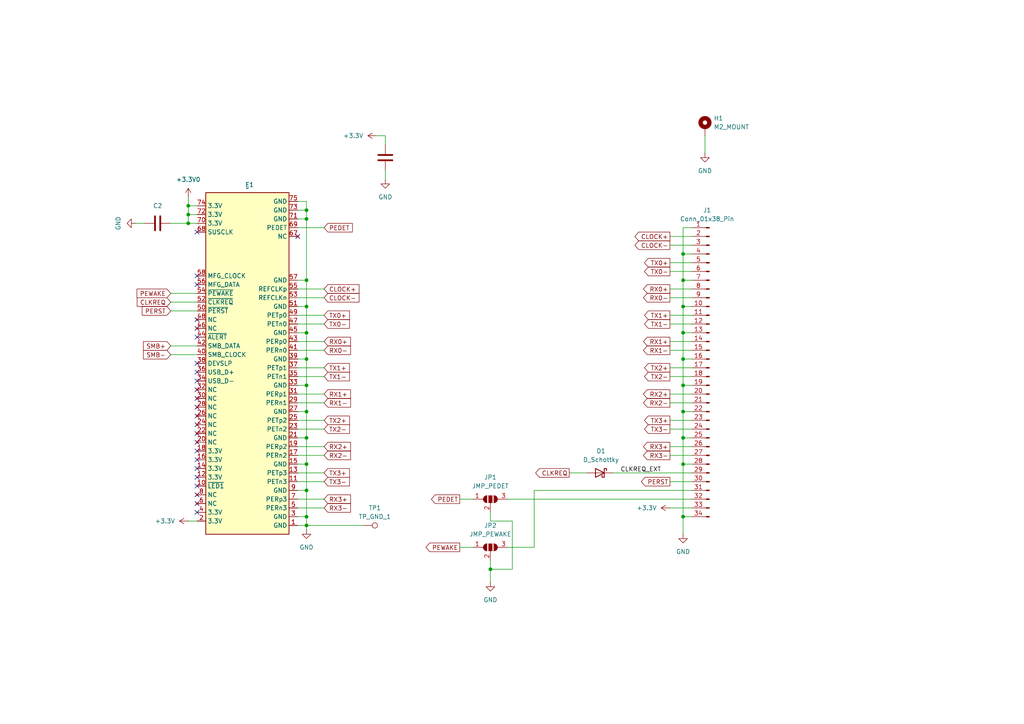
<source format=kicad_sch>
(kicad_sch (version 20231120) (generator "eeschema") (generator_version "8.0")
  (paper "A4")
  (lib_symbols
    (symbol "Connector:Conn_01x34_Pin" (pin_names (offset 1.016) hide)
      (property "Reference" "J" (at 0 43.18 0))
      (property "Value" "Conn_01x34_Pin" (at 0 -45.72 0))
      (symbol "Conn_01x34_Pin_1_1"
        (polyline (pts (xy 1.27 -43.18) (xy 0.8636 -43.18)) (stroke (width 0.1524)))
        (polyline (pts (xy 1.27 -40.64) (xy 0.8636 -40.64)) (stroke (width 0.1524)))
        (polyline (pts (xy 1.27 -38.1) (xy 0.8636 -38.1)) (stroke (width 0.1524)))
        (polyline (pts (xy 1.27 -35.56) (xy 0.8636 -35.56)) (stroke (width 0.1524)))
        (polyline (pts (xy 1.27 -33.02) (xy 0.8636 -33.02)) (stroke (width 0.1524)))
        (polyline (pts (xy 1.27 -30.48) (xy 0.8636 -30.48)) (stroke (width 0.1524)))
        (polyline (pts (xy 1.27 -27.94) (xy 0.8636 -27.94)) (stroke (width 0.1524)))
        (polyline (pts (xy 1.27 -25.4) (xy 0.8636 -25.4)) (stroke (width 0.1524)))
        (polyline (pts (xy 1.27 -22.86) (xy 0.8636 -22.86)) (stroke (width 0.1524)))
        (polyline (pts (xy 1.27 -20.32) (xy 0.8636 -20.32)) (stroke (width 0.1524)))
        (polyline (pts (xy 1.27 -17.78) (xy 0.8636 -17.78)) (stroke (width 0.1524)))
        (polyline (pts (xy 1.27 -15.24) (xy 0.8636 -15.24)) (stroke (width 0.1524)))
        (polyline (pts (xy 1.27 -12.7) (xy 0.8636 -12.7)) (stroke (width 0.1524)))
        (polyline (pts (xy 1.27 -10.16) (xy 0.8636 -10.16)) (stroke (width 0.1524)))
        (polyline (pts (xy 1.27 -7.62) (xy 0.8636 -7.62)) (stroke (width 0.1524)))
        (polyline (pts (xy 1.27 -5.08) (xy 0.8636 -5.08)) (stroke (width 0.1524)))
        (polyline (pts (xy 1.27 -2.54) (xy 0.8636 -2.54)) (stroke (width 0.1524)))
        (polyline (pts (xy 1.27 0) (xy 0.8636 0)) (stroke (width 0.1524)))
        (polyline (pts (xy 1.27 2.54) (xy 0.8636 2.54)) (stroke (width 0.1524)))
        (polyline (pts (xy 1.27 5.08) (xy 0.8636 5.08)) (stroke (width 0.1524)))
        (polyline (pts (xy 1.27 7.62) (xy 0.8636 7.62)) (stroke (width 0.1524)))
        (polyline (pts (xy 1.27 10.16) (xy 0.8636 10.16)) (stroke (width 0.1524)))
        (polyline (pts (xy 1.27 12.7) (xy 0.8636 12.7)) (stroke (width 0.1524)))
        (polyline (pts (xy 1.27 15.24) (xy 0.8636 15.24)) (stroke (width 0.1524)))
        (polyline (pts (xy 1.27 17.78) (xy 0.8636 17.78)) (stroke (width 0.1524)))
        (polyline (pts (xy 1.27 20.32) (xy 0.8636 20.32)) (stroke (width 0.1524)))
        (polyline (pts (xy 1.27 22.86) (xy 0.8636 22.86)) (stroke (width 0.1524)))
        (polyline (pts (xy 1.27 25.4) (xy 0.8636 25.4)) (stroke (width 0.1524)))
        (polyline (pts (xy 1.27 27.94) (xy 0.8636 27.94)) (stroke (width 0.1524)))
        (polyline (pts (xy 1.27 30.48) (xy 0.8636 30.48)) (stroke (width 0.1524)))
        (polyline (pts (xy 1.27 33.02) (xy 0.8636 33.02)) (stroke (width 0.1524)))
        (polyline (pts (xy 1.27 35.56) (xy 0.8636 35.56)) (stroke (width 0.1524)))
        (polyline (pts (xy 1.27 38.1) (xy 0.8636 38.1)) (stroke (width 0.1524)))
        (polyline (pts (xy 1.27 40.64) (xy 0.8636 40.64)) (stroke (width 0.1524)))
        (rectangle (start 0.8636 -43.053) (end 0 -43.307) (stroke (width 0.1524)) (fill (type outline)))
        (rectangle (start 0.8636 -40.513) (end 0 -40.767) (stroke (width 0.1524)) (fill (type outline)))
        (rectangle (start 0.8636 -37.973) (end 0 -38.227) (stroke (width 0.1524)) (fill (type outline)))
        (rectangle (start 0.8636 -35.433) (end 0 -35.687) (stroke (width 0.1524)) (fill (type outline)))
        (rectangle (start 0.8636 -32.893) (end 0 -33.147) (stroke (width 0.1524)) (fill (type outline)))
        (rectangle (start 0.8636 -30.353) (end 0 -30.607) (stroke (width 0.1524)) (fill (type outline)))
        (rectangle (start 0.8636 -27.813) (end 0 -28.067) (stroke (width 0.1524)) (fill (type outline)))
        (rectangle (start 0.8636 -25.273) (end 0 -25.527) (stroke (width 0.1524)) (fill (type outline)))
        (rectangle (start 0.8636 -22.733) (end 0 -22.987) (stroke (width 0.1524)) (fill (type outline)))
        (rectangle (start 0.8636 -20.193) (end 0 -20.447) (stroke (width 0.1524)) (fill (type outline)))
        (rectangle (start 0.8636 -17.653) (end 0 -17.907) (stroke (width 0.1524)) (fill (type outline)))
        (rectangle (start 0.8636 -15.113) (end 0 -15.367) (stroke (width 0.1524)) (fill (type outline)))
        (rectangle (start 0.8636 -12.573) (end 0 -12.827) (stroke (width 0.1524)) (fill (type outline)))
        (rectangle (start 0.8636 -10.033) (end 0 -10.287) (stroke (width 0.1524)) (fill (type outline)))
        (rectangle (start 0.8636 -7.493) (end 0 -7.747) (stroke (width 0.1524)) (fill (type outline)))
        (rectangle (start 0.8636 -4.953) (end 0 -5.207) (stroke (width 0.1524)) (fill (type outline)))
        (rectangle (start 0.8636 -2.413) (end 0 -2.667) (stroke (width 0.1524)) (fill (type outline)))
        (rectangle (start 0.8636 0.127) (end 0 -0.127) (stroke (width 0.1524)) (fill (type outline)))
        (rectangle (start 0.8636 2.667) (end 0 2.413) (stroke (width 0.1524)) (fill (type outline)))
        (rectangle (start 0.8636 5.207) (end 0 4.953) (stroke (width 0.1524)) (fill (type outline)))
        (rectangle (start 0.8636 7.747) (end 0 7.493) (stroke (width 0.1524)) (fill (type outline)))
        (rectangle (start 0.8636 10.287) (end 0 10.033) (stroke (width 0.1524)) (fill (type outline)))
        (rectangle (start 0.8636 12.827) (end 0 12.573) (stroke (width 0.1524)) (fill (type outline)))
        (rectangle (start 0.8636 15.367) (end 0 15.113) (stroke (width 0.1524)) (fill (type outline)))
        (rectangle (start 0.8636 17.907) (end 0 17.653) (stroke (width 0.1524)) (fill (type outline)))
        (rectangle (start 0.8636 20.447) (end 0 20.193) (stroke (width 0.1524)) (fill (type outline)))
        (rectangle (start 0.8636 22.987) (end 0 22.733) (stroke (width 0.1524)) (fill (type outline)))
        (rectangle (start 0.8636 25.527) (end 0 25.273) (stroke (width 0.1524)) (fill (type outline)))
        (rectangle (start 0.8636 28.067) (end 0 27.813) (stroke (width 0.1524)) (fill (type outline)))
        (rectangle (start 0.8636 30.607) (end 0 30.353) (stroke (width 0.1524)) (fill (type outline)))
        (rectangle (start 0.8636 33.147) (end 0 32.893) (stroke (width 0.1524)) (fill (type outline)))
        (rectangle (start 0.8636 35.687) (end 0 35.433) (stroke (width 0.1524)) (fill (type outline)))
        (rectangle (start 0.8636 38.227) (end 0 37.973) (stroke (width 0.1524)) (fill (type outline)))
        (rectangle (start 0.8636 40.767) (end 0 40.513) (stroke (width 0.1524)) (fill (type outline)))
        (pin passive line (at 5.08 40.64 180) (length 3.81) (name "Pin_1") (number "1"))
        (pin passive line (at 5.08 17.78 180) (length 3.81) (name "Pin_10") (number "10"))
        (pin passive line (at 5.08 15.24 180) (length 3.81) (name "Pin_11") (number "11"))
        (pin passive line (at 5.08 12.7 180) (length 3.81) (name "Pin_12") (number "12"))
        (pin passive line (at 5.08 10.16 180) (length 3.81) (name "Pin_13") (number "13"))
        (pin passive line (at 5.08 7.62 180) (length 3.81) (name "Pin_14") (number "14"))
        (pin passive line (at 5.08 5.08 180) (length 3.81) (name "Pin_15") (number "15"))
        (pin passive line (at 5.08 2.54 180) (length 3.81) (name "Pin_16") (number "16"))
        (pin passive line (at 5.08 0 180) (length 3.81) (name "Pin_17") (number "17"))
        (pin passive line (at 5.08 -2.54 180) (length 3.81) (name "Pin_18") (number "18"))
        (pin passive line (at 5.08 -5.08 180) (length 3.81) (name "Pin_19") (number "19"))
        (pin passive line (at 5.08 38.1 180) (length 3.81) (name "Pin_2") (number "2"))
        (pin passive line (at 5.08 -7.62 180) (length 3.81) (name "Pin_20") (number "20"))
        (pin passive line (at 5.08 -10.16 180) (length 3.81) (name "Pin_21") (number "21"))
        (pin passive line (at 5.08 -12.7 180) (length 3.81) (name "Pin_22") (number "22"))
        (pin passive line (at 5.08 -15.24 180) (length 3.81) (name "Pin_23") (number "23"))
        (pin passive line (at 5.08 -17.78 180) (length 3.81) (name "Pin_24") (number "24"))
        (pin passive line (at 5.08 -20.32 180) (length 3.81) (name "Pin_25") (number "25"))
        (pin passive line (at 5.08 -22.86 180) (length 3.81) (name "Pin_26") (number "26"))
        (pin passive line (at 5.08 -25.4 180) (length 3.81) (name "Pin_27") (number "27"))
        (pin passive line (at 5.08 -27.94 180) (length 3.81) (name "Pin_28") (number "28"))
        (pin passive line (at 5.08 -30.48 180) (length 3.81) (name "Pin_29") (number "29"))
        (pin passive line (at 5.08 35.56 180) (length 3.81) (name "Pin_3") (number "3"))
        (pin passive line (at 5.08 -33.02 180) (length 3.81) (name "Pin_30") (number "30"))
        (pin passive line (at 5.08 -35.56 180) (length 3.81) (name "Pin_31") (number "31"))
        (pin passive line (at 5.08 -38.1 180) (length 3.81) (name "Pin_32") (number "32"))
        (pin passive line (at 5.08 -40.64 180) (length 3.81) (name "Pin_33") (number "33"))
        (pin passive line (at 5.08 -43.18 180) (length 3.81) (name "Pin_34") (number "34"))
        (pin passive line (at 5.08 33.02 180) (length 3.81) (name "Pin_4") (number "4"))
        (pin passive line (at 5.08 30.48 180) (length 3.81) (name "Pin_5") (number "5"))
        (pin passive line (at 5.08 27.94 180) (length 3.81) (name "Pin_6") (number "6"))
        (pin passive line (at 5.08 25.4 180) (length 3.81) (name "Pin_7") (number "7"))
        (pin passive line (at 5.08 22.86 180) (length 3.81) (name "Pin_8") (number "8"))
        (pin passive line (at 5.08 20.32 180) (length 3.81) (name "Pin_9") (number "9"))
      )
    )
    (symbol "Connector:TestPoint" (pin_numbers hide) (pin_names (offset 0.762) hide)
      (property "Reference" "TP" (at 0 6.858 0))
      (property "Value" "TestPoint" (at 0 5.08 0))
      (symbol "TestPoint_0_1"
        (circle (center 0 3.302) (radius 0.762))
      )
      (symbol "TestPoint_1_1"
        (pin passive line (at 0 0 90) (length 2.54) (name "1") (number "1"))
      )
    )
    (symbol "Device:C" (pin_numbers hide) (pin_names (offset 0.254))
      (property "Reference" "C" (at 0.635 2.54 0))
      (property "Value" "C" (at 0.635 -2.54 0))
      (symbol "C_0_1"
        (polyline (pts (xy -2.032 -0.762) (xy 2.032 -0.762)) (stroke (width 0.508)))
        (polyline (pts (xy -2.032 0.762) (xy 2.032 0.762)) (stroke (width 0.508)))
      )
      (symbol "C_1_1"
        (pin passive line (at 0 3.81 270) (length 2.794) (name "~") (number "1"))
        (pin passive line (at 0 -3.81 90) (length 2.794) (name "~") (number "2"))
      )
    )
    (symbol "Device:D_Schottky" (pin_numbers hide) (pin_names (offset 1.016) hide)
      (property "Reference" "D" (at 0 2.54 0))
      (property "Value" "D_Schottky" (at 0 -2.54 0))
      (symbol "D_Schottky_0_1"
        (polyline (pts (xy 1.27 0) (xy -1.27 0)))
        (polyline (pts (xy 1.27 1.27) (xy 1.27 -1.27) (xy -1.27 0) (xy 1.27 1.27)) (stroke (width 0.254)))
        (polyline (pts (xy -1.905 0.635) (xy -1.905 1.27) (xy -1.27 1.27) (xy -1.27 -1.27) (xy -0.635 -1.27) (xy -0.635 -0.635)) (stroke (width 0.254)))
      )
      (symbol "D_Schottky_1_1"
        (pin passive line (at -3.81 0 0) (length 2.54) (name "K") (number "1"))
        (pin passive line (at 3.81 0 180) (length 2.54) (name "A") (number "2"))
      )
    )
    (symbol "Jumper:SolderJumper_3_Open" (pin_names (offset 0) hide) (exclude_from_sim yes) (in_bom no)
      (property "Reference" "JP" (at -2.54 -2.54 0))
      (property "Value" "SolderJumper_3_Open" (at 0 2.794 0))
      (symbol "SolderJumper_3_Open_0_1"
        (arc (start -1.016 1.016) (mid -2.0276 0) (end -1.016 -1.016))
        (arc (start -1.016 1.016) (mid -2.0276 0) (end -1.016 -1.016) (fill (type outline)))
        (rectangle (start -0.508 1.016) (end 0.508 -1.016) (fill (type outline)))
        (polyline (pts (xy -2.54 0) (xy -2.032 0)))
        (polyline (pts (xy -1.016 1.016) (xy -1.016 -1.016)))
        (polyline (pts (xy 0 -1.27) (xy 0 -1.016)))
        (polyline (pts (xy 1.016 1.016) (xy 1.016 -1.016)))
        (polyline (pts (xy 2.54 0) (xy 2.032 0)))
        (arc (start 1.016 -1.016) (mid 2.0276 0) (end 1.016 1.016))
        (arc (start 1.016 -1.016) (mid 2.0276 0) (end 1.016 1.016) (fill (type outline)))
      )
      (symbol "SolderJumper_3_Open_1_1"
        (pin passive line (at -5.08 0 0) (length 2.54) (name "A") (number "1"))
        (pin passive line (at 0 -3.81 90) (length 2.54) (name "C") (number "2"))
        (pin passive line (at 5.08 0 180) (length 2.54) (name "B") (number "3"))
      )
    )
    (symbol "Mechanical:MountingHole_Pad" (pin_numbers hide) (pin_names (offset 1.016) hide) (exclude_from_sim yes) (in_bom no)
      (property "Reference" "H" (at 0 6.35 0))
      (property "Value" "MountingHole_Pad" (at 0 4.445 0))
      (symbol "MountingHole_Pad_0_1"
        (circle (center 0 1.27) (radius 1.27) (stroke (width 1.27)))
      )
      (symbol "MountingHole_Pad_1_1"
        (pin input line (at 0 -2.54 90) (length 2.54) (name "1") (number "1"))
      )
    )
    (symbol "custom_edge_connector:m2_m_key"
      (property "Reference" "E" (at 0 48.26 0))
      (symbol "m2_m_key_0_1"
        (rectangle (start -12.7 46.99) (end 11.43 -52.07) (stroke (width 0.254)) (fill (type background)))
      )
      (symbol "m2_m_key_1_1"
        (pin power_in line (at 13.97 -49.53 180) (length 2.54) (name "GND") (number "1"))
        (pin output line (at -15.24 -38.1 0) (length 2.54) (name "~{LED1}") (number "10"))
        (pin output line (at 13.97 -36.83 180) (length 2.54) (name "PETn3") (number "11"))
        (pin power_in line (at -15.24 -35.56 0) (length 2.54) (name "3.3V") (number "12"))
        (pin output line (at 13.97 -34.29 180) (length 2.54) (name "PETp3") (number "13"))
        (pin power_in line (at -15.24 -33.02 0) (length 2.54) (name "3.3V") (number "14"))
        (pin power_in line (at 13.97 -31.75 180) (length 2.54) (name "GND") (number "15"))
        (pin power_in line (at -15.24 -30.48 0) (length 2.54) (name "3.3V") (number "16"))
        (pin input line (at 13.97 -29.21 180) (length 2.54) (name "PERn2") (number "17"))
        (pin power_in line (at -15.24 -27.94 0) (length 2.54) (name "3.3V") (number "18"))
        (pin input line (at 13.97 -26.67 180) (length 2.54) (name "PERp2") (number "19"))
        (pin power_in line (at -15.24 -48.26 0) (length 2.54) (name "3.3V") (number "2"))
        (pin no_connect line (at -15.24 -25.4 0) (length 2.54) (name "NC") (number "20"))
        (pin power_in line (at 13.97 -24.13 180) (length 2.54) (name "GND") (number "21"))
        (pin no_connect line (at -15.24 -22.86 0) (length 2.54) (name "NC") (number "22"))
        (pin output line (at 13.97 -21.59 180) (length 2.54) (name "PETn2") (number "23"))
        (pin no_connect line (at -15.24 -20.32 0) (length 2.54) (name "NC") (number "24"))
        (pin output line (at 13.97 -19.05 180) (length 2.54) (name "PETp2") (number "25"))
        (pin no_connect line (at -15.24 -17.78 0) (length 2.54) (name "NC") (number "26"))
        (pin power_in line (at 13.97 -16.51 180) (length 2.54) (name "GND") (number "27"))
        (pin no_connect line (at -15.24 -15.24 0) (length 2.54) (name "NC") (number "28"))
        (pin input line (at 13.97 -13.97 180) (length 2.54) (name "PERn1") (number "29"))
        (pin power_in line (at 13.97 -46.99 180) (length 2.54) (name "GND") (number "3"))
        (pin no_connect line (at -15.24 -12.7 0) (length 2.54) (name "NC") (number "30"))
        (pin input line (at 13.97 -11.43 180) (length 2.54) (name "PERp1") (number "31"))
        (pin no_connect line (at -15.24 -10.16 0) (length 2.54) (name "NC") (number "32"))
        (pin power_in line (at 13.97 -8.89 180) (length 2.54) (name "GND") (number "33"))
        (pin passive line (at -15.24 -7.62 0) (length 2.54) (name "USB_D-") (number "34"))
        (pin output line (at 13.97 -6.35 180) (length 2.54) (name "PETn1") (number "35"))
        (pin passive line (at -15.24 -5.08 0) (length 2.54) (name "USB_D+") (number "36"))
        (pin output line (at 13.97 -3.81 180) (length 2.54) (name "PETp1") (number "37"))
        (pin passive line (at -15.24 -2.54 0) (length 2.54) (name "DEVSLP") (number "38"))
        (pin power_in line (at 13.97 -1.27 180) (length 2.54) (name "GND") (number "39"))
        (pin power_in line (at -15.24 -45.72 0) (length 2.54) (name "3.3V") (number "4"))
        (pin passive line (at -15.24 0 0) (length 2.54) (name "SMB_CLOCK") (number "40"))
        (pin input line (at 13.97 1.27 180) (length 2.54) (name "PERn0") (number "41"))
        (pin passive line (at -15.24 2.54 0) (length 2.54) (name "SMB_DATA") (number "42"))
        (pin input line (at 13.97 3.81 180) (length 2.54) (name "PERp0") (number "43"))
        (pin passive line (at -15.24 5.08 0) (length 2.54) (name "~{ALERT}") (number "44"))
        (pin power_in line (at 13.97 6.35 180) (length 2.54) (name "GND") (number "45"))
        (pin no_connect line (at -15.24 7.62 0) (length 2.54) (name "NC") (number "46"))
        (pin output line (at 13.97 8.89 180) (length 2.54) (name "PETn0") (number "47"))
        (pin no_connect line (at -15.24 10.16 0) (length 2.54) (name "NC") (number "48"))
        (pin output line (at 13.97 11.43 180) (length 2.54) (name "PETp0") (number "49"))
        (pin input line (at 13.97 -44.45 180) (length 2.54) (name "PERn3") (number "5"))
        (pin output line (at -15.24 12.7 0) (length 2.54) (name "~{PERST}") (number "50"))
        (pin power_in line (at 13.97 13.97 180) (length 2.54) (name "GND") (number "51"))
        (pin bidirectional line (at -15.24 15.24 0) (length 2.54) (name "~{CLKREQ}") (number "52"))
        (pin output line (at 13.97 16.51 180) (length 2.54) (name "REFCLKn") (number "53"))
        (pin bidirectional line (at -15.24 17.78 0) (length 2.54) (name "~{PEWAKE}") (number "54"))
        (pin output line (at 13.97 19.05 180) (length 2.54) (name "REFCLKp") (number "55"))
        (pin passive line (at -15.24 20.32 0) (length 2.54) (name "MFG_DATA") (number "56"))
        (pin power_in line (at 13.97 21.59 180) (length 2.54) (name "GND") (number "57"))
        (pin passive line (at -15.24 22.86 0) (length 2.54) (name "MFG_CLOCK") (number "58"))
        (pin no_connect line (at -15.24 -43.18 0) (length 2.54) (name "NC") (number "6"))
        (pin no_connect line (at 13.97 34.29 180) (length 2.54) (name "NC") (number "67"))
        (pin output line (at -15.24 35.56 0) (length 2.54) (name "SUSCLK") (number "68"))
        (pin input line (at 13.97 36.83 180) (length 2.54) (name "PEDET") (number "69"))
        (pin input line (at 13.97 -41.91 180) (length 2.54) (name "PERp3") (number "7"))
        (pin passive line (at -15.24 38.1 0) (length 2.54) (name "3.3V") (number "70"))
        (pin power_in line (at 13.97 39.37 180) (length 2.54) (name "GND") (number "71"))
        (pin passive line (at -15.24 40.64 0) (length 2.54) (name "3.3V") (number "72"))
        (pin power_in line (at 13.97 41.91 180) (length 2.54) (name "GND") (number "73"))
        (pin passive line (at -15.24 43.18 0) (length 2.54) (name "3.3V") (number "74"))
        (pin power_in line (at 13.97 44.45 180) (length 2.54) (name "GND") (number "75"))
        (pin no_connect line (at -15.24 -40.64 0) (length 2.54) (name "NC") (number "8"))
        (pin power_in line (at 13.97 -39.37 180) (length 2.54) (name "GND") (number "9"))
      )
    )
    (symbol "power:+3.3V" (power) (pin_numbers hide) (pin_names (offset 0) hide)
      (property "Value" "+3.3V" (at 0 3.556 0))
      (symbol "+3.3V_0_1"
        (polyline (pts (xy -0.762 1.27) (xy 0 2.54)))
        (polyline (pts (xy 0 0) (xy 0 2.54)))
        (polyline (pts (xy 0 2.54) (xy 0.762 1.27)))
      )
      (symbol "+3.3V_1_1"
        (pin power_in line (at 0 0 90) (length 0) (name "~") (number "1"))
      )
    )
    (symbol "power:GND" (power) (pin_numbers hide) (pin_names (offset 0) hide)
      (property "Value" "GND" (at 0 -3.81 0))
      (symbol "GND_0_1"
        (polyline (pts (xy 0 0) (xy 0 -1.27) (xy 1.27 -1.27) (xy 0 -2.54) (xy -1.27 -1.27) (xy 0 -1.27)))
      )
      (symbol "GND_1_1"
        (pin power_in line (at 0 0 270) (length 0) (name "~") (number "1"))
      )
    )
  )
  (junction (at 88.9 63.5))
  (junction (at 88.9 119.38))
  (junction (at 198.12 96.52))
  (junction (at 88.9 142.24))
  (junction (at 88.9 88.9))
  (junction (at 198.12 119.38))
  (junction (at 198.12 149.86))
  (junction (at 54.61 59.69))
  (junction (at 54.61 62.23))
  (junction (at 54.61 64.77))
  (junction (at 198.12 81.28))
  (junction (at 88.9 127))
  (junction (at 198.12 104.14))
  (junction (at 198.12 134.62))
  (junction (at 198.12 73.66))
  (junction (at 88.9 134.62))
  (junction (at 88.9 96.52))
  (junction (at 88.9 60.96))
  (junction (at 88.9 149.86))
  (junction (at 88.9 111.76))
  (junction (at 198.12 111.76))
  (junction (at 88.9 152.4))
  (junction (at 198.12 88.9))
  (junction (at 88.9 81.28))
  (junction (at 198.12 127))
  (junction (at 88.9 104.14))
  (junction (at 142.24 165.1))
  (no_connect (at 57.15 143.51))
  (no_connect (at 57.15 115.57))
  (no_connect (at 86.36 68.58))
  (no_connect (at 57.15 146.05))
  (no_connect (at 57.15 148.59))
  (no_connect (at 57.15 105.41))
  (no_connect (at 57.15 92.71))
  (no_connect (at 57.15 110.49))
  (no_connect (at 57.15 80.01))
  (no_connect (at 57.15 95.25))
  (no_connect (at 57.15 118.11))
  (no_connect (at 57.15 107.95))
  (no_connect (at 57.15 133.35))
  (no_connect (at 57.15 128.27))
  (no_connect (at 57.15 97.79))
  (no_connect (at 57.15 130.81))
  (no_connect (at 57.15 140.97))
  (no_connect (at 57.15 125.73))
  (no_connect (at 57.15 120.65))
  (no_connect (at 57.15 82.55))
  (no_connect (at 57.15 135.89))
  (no_connect (at 57.15 138.43))
  (no_connect (at 57.15 113.03))
  (no_connect (at 57.15 67.31))
  (no_connect (at 57.15 123.19))
  (wire (pts (xy 86.36 124.46) (xy 93.98 124.46)))
  (wire (pts (xy 88.9 81.28) (xy 86.36 81.28)))
  (wire (pts (xy 88.9 58.42) (xy 88.9 60.96)))
  (wire (pts (xy 86.36 129.54) (xy 93.98 129.54)))
  (wire (pts (xy 88.9 81.28) (xy 88.9 88.9)))
  (wire (pts (xy 200.66 114.3) (xy 194.31 114.3)))
  (wire (pts (xy 88.9 152.4) (xy 88.9 153.67)))
  (wire (pts (xy 86.36 116.84) (xy 93.98 116.84)))
  (wire (pts (xy 88.9 104.14) (xy 86.36 104.14)))
  (wire (pts (xy 142.24 151.13) (xy 142.24 148.59)))
  (wire (pts (xy 86.36 58.42) (xy 88.9 58.42)))
  (wire (pts (xy 148.59 151.13) (xy 148.59 165.1)))
  (wire (pts (xy 200.66 83.82) (xy 194.31 83.82)))
  (wire (pts (xy 200.66 111.76) (xy 198.12 111.76)))
  (wire (pts (xy 200.66 124.46) (xy 194.31 124.46)))
  (wire (pts (xy 198.12 149.86) (xy 198.12 154.94)))
  (wire (pts (xy 111.76 39.37) (xy 111.76 41.91)))
  (wire (pts (xy 200.66 76.2) (xy 194.31 76.2)))
  (wire (pts (xy 147.32 158.75) (xy 154.94 158.75)))
  (wire (pts (xy 86.36 134.62) (xy 88.9 134.62)))
  (wire (pts (xy 88.9 88.9) (xy 86.36 88.9)))
  (wire (pts (xy 86.36 137.16) (xy 93.98 137.16)))
  (wire (pts (xy 88.9 63.5) (xy 88.9 81.28)))
  (wire (pts (xy 88.9 88.9) (xy 88.9 96.52)))
  (wire (pts (xy 200.66 101.6) (xy 194.31 101.6)))
  (wire (pts (xy 54.61 57.15) (xy 54.61 59.69)))
  (wire (pts (xy 204.47 39.37) (xy 204.47 44.45)))
  (wire (pts (xy 198.12 111.76) (xy 198.12 119.38)))
  (wire (pts (xy 86.36 121.92) (xy 93.98 121.92)))
  (wire (pts (xy 88.9 152.4) (xy 105.41 152.4)))
  (wire (pts (xy 86.36 109.22) (xy 93.98 109.22)))
  (wire (pts (xy 86.36 93.98) (xy 93.98 93.98)))
  (wire (pts (xy 198.12 81.28) (xy 198.12 88.9)))
  (wire (pts (xy 142.24 165.1) (xy 142.24 168.91)))
  (wire (pts (xy 88.9 96.52) (xy 86.36 96.52)))
  (wire (pts (xy 200.66 86.36) (xy 194.31 86.36)))
  (wire (pts (xy 86.36 144.78) (xy 93.98 144.78)))
  (wire (pts (xy 86.36 132.08) (xy 93.98 132.08)))
  (wire (pts (xy 86.36 91.44) (xy 93.98 91.44)))
  (wire (pts (xy 154.94 142.24) (xy 200.66 142.24)))
  (wire (pts (xy 200.66 68.58) (xy 194.31 68.58)))
  (wire (pts (xy 198.12 134.62) (xy 198.12 149.86)))
  (wire (pts (xy 49.53 100.33) (xy 57.15 100.33)))
  (wire (pts (xy 198.12 104.14) (xy 198.12 111.76)))
  (wire (pts (xy 88.9 119.38) (xy 88.9 127)))
  (wire (pts (xy 200.66 129.54) (xy 194.31 129.54)))
  (wire (pts (xy 200.66 147.32) (xy 194.31 147.32)))
  (wire (pts (xy 88.9 127) (xy 88.9 134.62)))
  (wire (pts (xy 200.66 149.86) (xy 198.12 149.86)))
  (wire (pts (xy 88.9 149.86) (xy 86.36 149.86)))
  (wire (pts (xy 200.66 139.7) (xy 194.31 139.7)))
  (wire (pts (xy 88.9 134.62) (xy 88.9 142.24)))
  (wire (pts (xy 200.66 109.22) (xy 194.31 109.22)))
  (wire (pts (xy 88.9 111.76) (xy 88.9 119.38)))
  (wire (pts (xy 86.36 106.68) (xy 93.98 106.68)))
  (wire (pts (xy 54.61 59.69) (xy 54.61 62.23)))
  (wire (pts (xy 109.22 39.37) (xy 111.76 39.37)))
  (wire (pts (xy 111.76 52.07) (xy 111.76 49.53)))
  (wire (pts (xy 86.36 147.32) (xy 93.98 147.32)))
  (wire (pts (xy 49.53 102.87) (xy 57.15 102.87)))
  (wire (pts (xy 200.66 121.92) (xy 194.31 121.92)))
  (wire (pts (xy 200.66 91.44) (xy 194.31 91.44)))
  (wire (pts (xy 200.66 71.12) (xy 194.31 71.12)))
  (wire (pts (xy 54.61 64.77) (xy 57.15 64.77)))
  (wire (pts (xy 154.94 142.24) (xy 154.94 158.75)))
  (wire (pts (xy 57.15 59.69) (xy 54.61 59.69)))
  (wire (pts (xy 200.66 132.08) (xy 194.31 132.08)))
  (wire (pts (xy 198.12 88.9) (xy 198.12 96.52)))
  (wire (pts (xy 133.35 158.75) (xy 137.16 158.75)))
  (wire (pts (xy 88.9 127) (xy 86.36 127)))
  (wire (pts (xy 88.9 63.5) (xy 86.36 63.5)))
  (wire (pts (xy 88.9 119.38) (xy 86.36 119.38)))
  (wire (pts (xy 200.66 104.14) (xy 198.12 104.14)))
  (wire (pts (xy 200.66 106.68) (xy 194.31 106.68)))
  (wire (pts (xy 88.9 152.4) (xy 86.36 152.4)))
  (wire (pts (xy 142.24 165.1) (xy 142.24 162.56)))
  (wire (pts (xy 86.36 60.96) (xy 88.9 60.96)))
  (wire (pts (xy 200.66 66.04) (xy 198.12 66.04)))
  (wire (pts (xy 49.53 85.09) (xy 57.15 85.09)))
  (wire (pts (xy 198.12 66.04) (xy 198.12 73.66)))
  (wire (pts (xy 200.66 119.38) (xy 198.12 119.38)))
  (wire (pts (xy 86.36 114.3) (xy 93.98 114.3)))
  (wire (pts (xy 147.32 144.78) (xy 200.66 144.78)))
  (wire (pts (xy 86.36 86.36) (xy 93.98 86.36)))
  (wire (pts (xy 86.36 101.6) (xy 93.98 101.6)))
  (wire (pts (xy 198.12 119.38) (xy 198.12 127)))
  (wire (pts (xy 86.36 99.06) (xy 93.98 99.06)))
  (wire (pts (xy 49.53 87.63) (xy 57.15 87.63)))
  (wire (pts (xy 39.37 64.77) (xy 41.91 64.77)))
  (wire (pts (xy 54.61 62.23) (xy 57.15 62.23)))
  (wire (pts (xy 88.9 142.24) (xy 86.36 142.24)))
  (wire (pts (xy 86.36 139.7) (xy 93.98 139.7)))
  (wire (pts (xy 198.12 73.66) (xy 198.12 81.28)))
  (wire (pts (xy 200.66 127) (xy 198.12 127)))
  (wire (pts (xy 200.66 78.74) (xy 194.31 78.74)))
  (wire (pts (xy 198.12 127) (xy 198.12 134.62)))
  (wire (pts (xy 200.66 116.84) (xy 194.31 116.84)))
  (wire (pts (xy 88.9 149.86) (xy 88.9 152.4)))
  (wire (pts (xy 133.35 144.78) (xy 137.16 144.78)))
  (wire (pts (xy 54.61 62.23) (xy 54.61 64.77)))
  (wire (pts (xy 54.61 151.13) (xy 57.15 151.13)))
  (wire (pts (xy 200.66 99.06) (xy 194.31 99.06)))
  (wire (pts (xy 200.66 81.28) (xy 198.12 81.28)))
  (wire (pts (xy 200.66 96.52) (xy 198.12 96.52)))
  (wire (pts (xy 200.66 88.9) (xy 198.12 88.9)))
  (wire (pts (xy 49.53 90.17) (xy 57.15 90.17)))
  (wire (pts (xy 88.9 111.76) (xy 86.36 111.76)))
  (wire (pts (xy 88.9 60.96) (xy 88.9 63.5)))
  (wire (pts (xy 148.59 165.1) (xy 142.24 165.1)))
  (wire (pts (xy 88.9 104.14) (xy 88.9 111.76)))
  (wire (pts (xy 200.66 93.98) (xy 194.31 93.98)))
  (wire (pts (xy 88.9 142.24) (xy 88.9 149.86)))
  (wire (pts (xy 200.66 73.66) (xy 198.12 73.66)))
  (wire (pts (xy 200.66 134.62) (xy 198.12 134.62)))
  (wire (pts (xy 86.36 83.82) (xy 93.98 83.82)))
  (wire (pts (xy 49.53 64.77) (xy 54.61 64.77)))
  (wire (pts (xy 198.12 96.52) (xy 198.12 104.14)))
  (wire (pts (xy 177.8 137.16) (xy 200.66 137.16)))
  (wire (pts (xy 148.59 151.13) (xy 142.24 151.13)))
  (wire (pts (xy 88.9 96.52) (xy 88.9 104.14)))
  (wire (pts (xy 86.36 66.04) (xy 93.98 66.04)))
  (wire (pts (xy 170.18 137.16) (xy 165.1 137.16)))
  (label "CLKREQ_EXT" (at 191.77 137.16 180))
  (global_label "RX1+" (shape output) (at 194.31 99.06 180) (property "Intersheetrefs" "${INTERSHEET_REFS}" (effects (hide yes))))
  (global_label "RX2+" (shape input) (at 93.98 129.54 0) (property "Intersheetrefs" "${INTERSHEET_REFS}" (effects (hide yes))))
  (global_label "TX2-" (shape output) (at 194.31 109.22 180) (property "Intersheetrefs" "${INTERSHEET_REFS}" (effects (hide yes))))
  (global_label "RX1+" (shape input) (at 93.98 114.3 0) (property "Intersheetrefs" "${INTERSHEET_REFS}" (effects (hide yes))))
  (global_label "PEWAKE" (shape output) (at 133.35 158.75 180) (property "Intersheetrefs" "${INTERSHEET_REFS}" (effects (hide yes))))
  (global_label "RX0+" (shape output) (at 194.31 83.82 180) (property "Intersheetrefs" "${INTERSHEET_REFS}" (effects (hide yes))))
  (global_label "RX3-" (shape output) (at 194.31 132.08 180) (property "Intersheetrefs" "${INTERSHEET_REFS}" (effects (hide yes))))
  (global_label "PEDET" (shape input) (at 93.98 66.04 0) (property "Intersheetrefs" "${INTERSHEET_REFS}" (effects (hide yes))))
  (global_label "TX2-" (shape input) (at 93.98 124.46 0) (property "Intersheetrefs" "${INTERSHEET_REFS}" (effects (hide yes))))
  (global_label "TX0-" (shape output) (at 194.31 78.74 180) (property "Intersheetrefs" "${INTERSHEET_REFS}" (effects (hide yes))))
  (global_label "RX3+" (shape input) (at 93.98 144.78 0) (property "Intersheetrefs" "${INTERSHEET_REFS}" (effects (hide yes))))
  (global_label "CLOCK+" (shape output) (at 194.31 68.58 180) (property "Intersheetrefs" "${INTERSHEET_REFS}" (effects (hide yes))))
  (global_label "TX3-" (shape output) (at 194.31 124.46 180) (property "Intersheetrefs" "${INTERSHEET_REFS}" (effects (hide yes))))
  (global_label "RX2-" (shape input) (at 93.98 132.08 0) (property "Intersheetrefs" "${INTERSHEET_REFS}" (effects (hide yes))))
  (global_label "SMB-" (shape input) (at 49.53 102.87 180) (property "Intersheetrefs" "${INTERSHEET_REFS}" (effects (hide yes))))
  (global_label "TX1-" (shape input) (at 93.98 109.22 0) (property "Intersheetrefs" "${INTERSHEET_REFS}" (effects (hide yes))))
  (global_label "RX1-" (shape output) (at 194.31 101.6 180) (property "Intersheetrefs" "${INTERSHEET_REFS}" (effects (hide yes))))
  (global_label "TX3+" (shape output) (at 194.31 121.92 180) (property "Intersheetrefs" "${INTERSHEET_REFS}" (effects (hide yes))))
  (global_label "RX1-" (shape input) (at 93.98 116.84 0) (property "Intersheetrefs" "${INTERSHEET_REFS}" (effects (hide yes))))
  (global_label "RX3-" (shape input) (at 93.98 147.32 0) (property "Intersheetrefs" "${INTERSHEET_REFS}" (effects (hide yes))))
  (global_label "RX3+" (shape output) (at 194.31 129.54 180) (property "Intersheetrefs" "${INTERSHEET_REFS}" (effects (hide yes))))
  (global_label "TX0+" (shape output) (at 194.31 76.2 180) (property "Intersheetrefs" "${INTERSHEET_REFS}" (effects (hide yes))))
  (global_label "CLOCK+" (shape input) (at 93.98 83.82 0) (property "Intersheetrefs" "${INTERSHEET_REFS}" (effects (hide yes))))
  (global_label "CLKREQ" (shape input) (at 49.53 87.63 180) (property "Intersheetrefs" "${INTERSHEET_REFS}" (effects (hide yes))))
  (global_label "CLOCK-" (shape output) (at 194.31 71.12 180) (property "Intersheetrefs" "${INTERSHEET_REFS}" (effects (hide yes))))
  (global_label "TX0-" (shape input) (at 93.98 93.98 0) (property "Intersheetrefs" "${INTERSHEET_REFS}" (effects (hide yes))))
  (global_label "TX2+" (shape output) (at 194.31 106.68 180) (property "Intersheetrefs" "${INTERSHEET_REFS}" (effects (hide yes))))
  (global_label "TX1+" (shape output) (at 194.31 91.44 180) (property "Intersheetrefs" "${INTERSHEET_REFS}" (effects (hide yes))))
  (global_label "TX3+" (shape input) (at 93.98 137.16 0) (property "Intersheetrefs" "${INTERSHEET_REFS}" (effects (hide yes))))
  (global_label "PEDET" (shape output) (at 133.35 144.78 180) (property "Intersheetrefs" "${INTERSHEET_REFS}" (effects (hide yes))))
  (global_label "TX1+" (shape input) (at 93.98 106.68 0) (property "Intersheetrefs" "${INTERSHEET_REFS}" (effects (hide yes))))
  (global_label "PERST" (shape input) (at 49.53 90.17 180) (property "Intersheetrefs" "${INTERSHEET_REFS}" (effects (hide yes))))
  (global_label "RX2+" (shape output) (at 194.31 114.3 180) (property "Intersheetrefs" "${INTERSHEET_REFS}" (effects (hide yes))))
  (global_label "RX0-" (shape input) (at 93.98 101.6 0) (property "Intersheetrefs" "${INTERSHEET_REFS}" (effects (hide yes))))
  (global_label "TX2+" (shape input) (at 93.98 121.92 0) (property "Intersheetrefs" "${INTERSHEET_REFS}" (effects (hide yes))))
  (global_label "RX0-" (shape output) (at 194.31 86.36 180) (property "Intersheetrefs" "${INTERSHEET_REFS}" (effects (hide yes))))
  (global_label "RX0+" (shape input) (at 93.98 99.06 0) (property "Intersheetrefs" "${INTERSHEET_REFS}" (effects (hide yes))))
  (global_label "TX1-" (shape output) (at 194.31 93.98 180) (property "Intersheetrefs" "${INTERSHEET_REFS}" (effects (hide yes))))
  (global_label "CLKREQ" (shape output) (at 165.1 137.16 180) (property "Intersheetrefs" "${INTERSHEET_REFS}" (effects (hide yes))))
  (global_label "PEWAKE" (shape input) (at 49.53 85.09 180) (property "Intersheetrefs" "${INTERSHEET_REFS}" (effects (hide yes))))
  (global_label "TX0+" (shape input) (at 93.98 91.44 0) (property "Intersheetrefs" "${INTERSHEET_REFS}" (effects (hide yes))))
  (global_label "CLOCK-" (shape input) (at 93.98 86.36 0) (property "Intersheetrefs" "${INTERSHEET_REFS}" (effects (hide yes))))
  (global_label "TX3-" (shape input) (at 93.98 139.7 0) (property "Intersheetrefs" "${INTERSHEET_REFS}" (effects (hide yes))))
  (global_label "RX2-" (shape output) (at 194.31 116.84 180) (property "Intersheetrefs" "${INTERSHEET_REFS}" (effects (hide yes))))
  (global_label "PERST" (shape output) (at 194.31 139.7 180) (property "Intersheetrefs" "${INTERSHEET_REFS}" (effects (hide yes))))
  (global_label "SMB+" (shape input) (at 49.53 100.33 180) (property "Intersheetrefs" "${INTERSHEET_REFS}" (effects (hide yes))))
  (symbol (lib_id "Device:D_Schottky") (at 173.99 137.16 0) (mirror y) (unit 1)
    (property "Reference" "D1" (at 174.3075 130.81 0))
    (property "Value" "D_Schottky" (at 174.3075 133.35 0))
    (property "Footprint" "Diode_SMD:D_SOD-523" (effects (hide yes)))
    (property "Description" "Schottky diode" (effects (hide yes)))
    (property "LCSC Part" "C475624" (effects (hide yes)))
  )
  (symbol (lib_id "power:+3.3V") (at 109.22 39.37 90) (unit 1)
    (property "Reference" "#PWR03" (effects (hide yes)))
    (property "Value" "+3.3V" (at 105.41 39.3699 90) (effects (justify left)))
    (property "Description" "Power symbol creates a global label with name \"+3.3V\"" (effects (hide yes)))
  )
  (symbol (lib_id "Device:C") (at 45.72 64.77 90) (unit 1)
    (property "Reference" "C2" (at 45.72 59.69 90))
    (property "Value" "100n" (effects (hide yes)))
    (property "Footprint" "Capacitor_SMD:C_0402_1005Metric" (effects (hide yes)))
    (property "Description" "Unpolarized capacitor" (effects (hide yes)))
    (property "LCSC Part" "C513772" (effects (hide yes)))
  )
  (symbol (lib_id "power:GND") (at 39.37 64.77 270) (unit 1)
    (property "Reference" "#PWR09" (effects (hide yes)))
    (property "Value" "GND" (at 34.29 64.77 0))
    (property "Description" "Power symbol creates a global label with name \"GND\" , ground" (effects (hide yes)))
  )
  (symbol (lib_id "power:GND") (at 198.12 154.94 0) (mirror y) (unit 1)
    (property "Reference" "#PWR06" (effects (hide yes)))
    (property "Value" "GND" (at 198.12 160.02 0))
    (property "Description" "Power symbol creates a global label with name \"GND\" , ground" (effects (hide yes)))
  )
  (symbol (lib_id "Device:C") (at 111.76 45.72 0) (unit 1)
    (property "Reference" "C1" (effects (hide yes)))
    (property "Value" "100n" (effects (hide yes)))
    (property "Footprint" "Capacitor_SMD:C_0402_1005Metric" (effects (hide yes)))
    (property "Description" "Unpolarized capacitor" (effects (hide yes)))
    (property "LCSC Part" "C513772" (effects (hide yes)))
  )
  (symbol (lib_id "power:GND") (at 204.47 44.45 0) (unit 1)
    (property "Reference" "#PWR07" (effects (hide yes)))
    (property "Value" "GND" (at 204.47 49.53 0))
    (property "Description" "Power symbol creates a global label with name \"GND\" , ground" (effects (hide yes)))
  )
  (symbol (lib_id "power:+3.3V") (at 54.61 151.13 90) (unit 1)
    (property "Reference" "#PWR01" (effects (hide yes)))
    (property "Value" "+3.3V" (at 50.8 151.1299 90) (effects (justify left)))
    (property "Description" "Power symbol creates a global label with name \"+3.3V\"" (effects (hide yes)))
  )
  (symbol (lib_id "power:GND") (at 111.76 52.07 0) (unit 1)
    (property "Reference" "#PWR05" (effects (hide yes)))
    (property "Value" "GND" (at 111.76 57.15 0))
    (property "Description" "Power symbol creates a global label with name \"GND\" , ground" (effects (hide yes)))
  )
  (symbol (lib_id "Mechanical:MountingHole_Pad") (at 204.47 36.83 0) (unit 1) (exclude_from_sim yes) (in_bom no)
    (property "Reference" "H1" (at 207.01 34.2899 0) (effects (justify left)))
    (property "Value" "M2_MOUNT" (at 207.01 36.8299 0) (effects (justify left)))
    (property "Footprint" "custom_edge_connector:m2_ground_hole" (effects (hide yes)))
    (property "Description" "Mounting Hole with connection" (effects (hide yes)))
  )
  (symbol (lib_id "power:+3.3V") (at 54.61 57.15 0) (unit 1)
    (property "Reference" "#PWR010" (effects (hide yes)))
    (property "Value" "+3.3V0" (at 54.61 52.07 0))
    (property "Description" "Power symbol creates a global label with name \"+3.3V\"" (effects (hide yes)))
  )
  (symbol (lib_id "Connector:TestPoint") (at 105.41 152.4 270) (mirror x) (unit 1) (in_bom no)
    (property "Reference" "TP1" (at 108.712 147.32 90))
    (property "Value" "TP_GND_1" (at 108.712 149.86 90))
    (property "Footprint" "TestPoint:TestPoint_Pad_D1.0mm" (effects (hide yes)))
    (property "Description" "test point" (effects (hide yes)))
  )
  (symbol (lib_id "Jumper:SolderJumper_3_Open") (at 142.24 144.78 0) (unit 1) (exclude_from_sim yes) (in_bom no)
    (property "Reference" "JP1" (at 142.24 138.43 0))
    (property "Value" "JMP_PEDET" (at 142.24 140.97 0))
    (property "Footprint" "custom_edge_connector:3pin_4state_jumper" (effects (hide yes)))
    (property "Description" "Solder Jumper, 3-pole, open" (effects (hide yes)))
  )
  (symbol (lib_id "custom_edge_connector:m2_m_key") (at 72.39 102.87 0) (unit 1) (in_bom no)
    (property "Reference" "E1" (at 72.39 53.594 0))
    (property "Value" "~" (at 71.755 54.61 0))
    (property "Footprint" "custom_edge_connector:m2_m_key" (effects (hide yes)))
  )
  (symbol (lib_id "power:GND") (at 88.9 153.67 0) (unit 1)
    (property "Reference" "#PWR02" (effects (hide yes)))
    (property "Value" "GND" (at 88.9 158.75 0))
    (property "Description" "Power symbol creates a global label with name \"GND\" , ground" (effects (hide yes)))
  )
  (symbol (lib_id "power:+3.3V") (at 194.31 147.32 90) (unit 1)
    (property "Reference" "#PWR08" (effects (hide yes)))
    (property "Value" "+3.3V" (at 190.5 147.3199 90) (effects (justify left)))
    (property "Description" "Power symbol creates a global label with name \"+3.3V\"" (effects (hide yes)))
  )
  (symbol (lib_id "Jumper:SolderJumper_3_Open") (at 142.24 158.75 0) (unit 1) (exclude_from_sim yes) (in_bom no)
    (property "Reference" "JP2" (at 142.24 152.4 0))
    (property "Value" "JMP_PEWAKE" (at 142.24 154.94 0))
    (property "Footprint" "custom_edge_connector:3pin_4state_jumper" (effects (hide yes)))
    (property "Description" "Solder Jumper, 3-pole, open" (effects (hide yes)))
  )
  (symbol (lib_id "Connector:Conn_01x34_Pin") (at 205.74 106.68 0) (mirror y) (unit 1)
    (property "Reference" "J1" (at 205.105 60.96 0))
    (property "Value" "Conn_01x38_Pin" (at 205.105 63.5 0))
    (property "Footprint" "flex_connector:port_pcb" (effects (hide yes)))
    (property "Description" "Generic connector, single row, 01x34, script generated" (effects (hide yes)))
  )
  (symbol (lib_id "power:GND") (at 142.24 168.91 0) (unit 1)
    (property "Reference" "#PWR04" (effects (hide yes)))
    (property "Value" "GND" (at 142.24 173.99 0))
    (property "Description" "Power symbol creates a global label with name \"GND\" , ground" (effects (hide yes)))
  )
)
</source>
